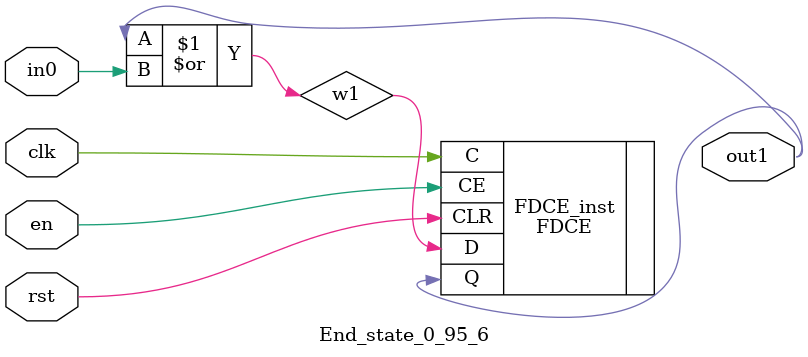
<source format=v>
module engine_0_95(out,clk,sod,en, in_1, in_2, in_42, in_43);
//pcre: /\x28\s*\w+\s*\x29/R
//block char: \x20[8], \w[6], \x28[8], \x29[8], 

	input clk,sod,en;

	input in_1, in_2, in_42, in_43;
	output out;

	assign w0 = 1'b1;
	state_0_95_1 BlockState_0_95_1 (w1,in_42,clk,en,sod,w0);
	state_0_95_2 BlockState_0_95_2 (w2,in_1,clk,en,sod,w2,w1);
	state_0_95_3 BlockState_0_95_3 (w3,in_2,clk,en,sod,w3,w1,w2);
	state_0_95_4 BlockState_0_95_4 (w4,in_1,clk,en,sod,w4,w3);
	state_0_95_5 BlockState_0_95_5 (w5,in_43,clk,en,sod,w3,w4);
	End_state_0_95_6 BlockState_0_95_6 (out,clk,en,sod,w5);
endmodule

module state_0_95_1(out1,in_char,clk,en,rst,in0);
	input in_char,clk,en,rst,in0;
	output out1;
	wire w1,w2;
	assign w1 = in0; 
	and(w2,in_char,w1);
	FDCE #(.INIT(1'b0)) FDCE_inst (
		.Q(out1),
		.C(clk),
		.CE(en),
		.CLR(rst),
		.D(w2)
);
endmodule

module state_0_95_2(out1,in_char,clk,en,rst,in0,in1);
	input in_char,clk,en,rst,in0,in1;
	output out1;
	wire w1,w2;
	or(w1,in0,in1);
	and(w2,in_char,w1);
	FDCE #(.INIT(1'b0)) FDCE_inst (
		.Q(out1),
		.C(clk),
		.CE(en),
		.CLR(rst),
		.D(w2)
);
endmodule

module state_0_95_3(out1,in_char,clk,en,rst,in0,in1,in2);
	input in_char,clk,en,rst,in0,in1,in2;
	output out1;
	wire w1,w2;
	or(w1,in0,in1,in2);
	and(w2,in_char,w1);
	FDCE #(.INIT(1'b0)) FDCE_inst (
		.Q(out1),
		.C(clk),
		.CE(en),
		.CLR(rst),
		.D(w2)
);
endmodule

module state_0_95_4(out1,in_char,clk,en,rst,in0,in1);
	input in_char,clk,en,rst,in0,in1;
	output out1;
	wire w1,w2;
	or(w1,in0,in1);
	and(w2,in_char,w1);
	FDCE #(.INIT(1'b0)) FDCE_inst (
		.Q(out1),
		.C(clk),
		.CE(en),
		.CLR(rst),
		.D(w2)
);
endmodule

module state_0_95_5(out1,in_char,clk,en,rst,in0,in1);
	input in_char,clk,en,rst,in0,in1;
	output out1;
	wire w1,w2;
	or(w1,in0,in1);
	and(w2,in_char,w1);
	FDCE #(.INIT(1'b0)) FDCE_inst (
		.Q(out1),
		.C(clk),
		.CE(en),
		.CLR(rst),
		.D(w2)
);
endmodule

module End_state_0_95_6(out1,clk,en,rst,in0);
	input clk,rst,en,in0;
	output out1;
	wire w1;
	or(w1,out1,in0);
	FDCE #(.INIT(1'b0)) FDCE_inst (
		.Q(out1),
		.C(clk),
		.CE(en),
		.CLR(rst),
		.D(w1)
);
endmodule


</source>
